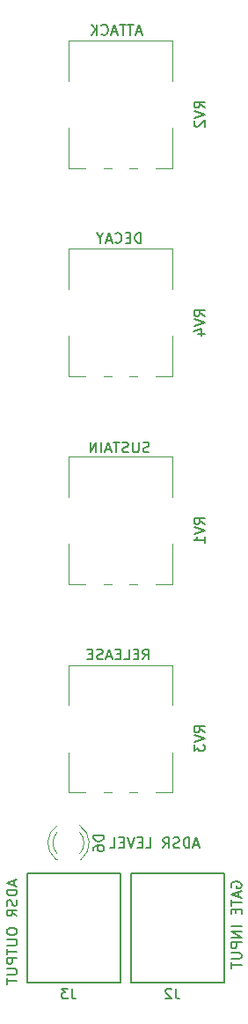
<source format=gbo>
G04 #@! TF.GenerationSoftware,KiCad,Pcbnew,(5.1.0)-1*
G04 #@! TF.CreationDate,2019-05-26T15:03:18-04:00*
G04 #@! TF.ProjectId,EG,45472e6b-6963-4616-945f-706362585858,rev?*
G04 #@! TF.SameCoordinates,Original*
G04 #@! TF.FileFunction,Legend,Bot*
G04 #@! TF.FilePolarity,Positive*
%FSLAX46Y46*%
G04 Gerber Fmt 4.6, Leading zero omitted, Abs format (unit mm)*
G04 Created by KiCad (PCBNEW (5.1.0)-1) date 2019-05-26 15:03:18*
%MOMM*%
%LPD*%
G04 APERTURE LIST*
%ADD10C,0.150000*%
%ADD11C,0.120000*%
G04 APERTURE END LIST*
D10*
X87538095Y-121666666D02*
X87061904Y-121666666D01*
X87633333Y-121952380D02*
X87300000Y-120952380D01*
X86966666Y-121952380D01*
X86633333Y-121952380D02*
X86633333Y-120952380D01*
X86395238Y-120952380D01*
X86252380Y-121000000D01*
X86157142Y-121095238D01*
X86109523Y-121190476D01*
X86061904Y-121380952D01*
X86061904Y-121523809D01*
X86109523Y-121714285D01*
X86157142Y-121809523D01*
X86252380Y-121904761D01*
X86395238Y-121952380D01*
X86633333Y-121952380D01*
X85680952Y-121904761D02*
X85538095Y-121952380D01*
X85300000Y-121952380D01*
X85204761Y-121904761D01*
X85157142Y-121857142D01*
X85109523Y-121761904D01*
X85109523Y-121666666D01*
X85157142Y-121571428D01*
X85204761Y-121523809D01*
X85300000Y-121476190D01*
X85490476Y-121428571D01*
X85585714Y-121380952D01*
X85633333Y-121333333D01*
X85680952Y-121238095D01*
X85680952Y-121142857D01*
X85633333Y-121047619D01*
X85585714Y-121000000D01*
X85490476Y-120952380D01*
X85252380Y-120952380D01*
X85109523Y-121000000D01*
X84109523Y-121952380D02*
X84442857Y-121476190D01*
X84680952Y-121952380D02*
X84680952Y-120952380D01*
X84300000Y-120952380D01*
X84204761Y-121000000D01*
X84157142Y-121047619D01*
X84109523Y-121142857D01*
X84109523Y-121285714D01*
X84157142Y-121380952D01*
X84204761Y-121428571D01*
X84300000Y-121476190D01*
X84680952Y-121476190D01*
X82442857Y-121952380D02*
X82919047Y-121952380D01*
X82919047Y-120952380D01*
X82109523Y-121428571D02*
X81776190Y-121428571D01*
X81633333Y-121952380D02*
X82109523Y-121952380D01*
X82109523Y-120952380D01*
X81633333Y-120952380D01*
X81347619Y-120952380D02*
X81014285Y-121952380D01*
X80680952Y-120952380D01*
X80347619Y-121428571D02*
X80014285Y-121428571D01*
X79871428Y-121952380D02*
X80347619Y-121952380D01*
X80347619Y-120952380D01*
X79871428Y-120952380D01*
X78966666Y-121952380D02*
X79442857Y-121952380D01*
X79442857Y-120952380D01*
X69766666Y-125071428D02*
X69766666Y-125547619D01*
X70052380Y-124976190D02*
X69052380Y-125309523D01*
X70052380Y-125642857D01*
X70052380Y-125976190D02*
X69052380Y-125976190D01*
X69052380Y-126214285D01*
X69100000Y-126357142D01*
X69195238Y-126452380D01*
X69290476Y-126500000D01*
X69480952Y-126547619D01*
X69623809Y-126547619D01*
X69814285Y-126500000D01*
X69909523Y-126452380D01*
X70004761Y-126357142D01*
X70052380Y-126214285D01*
X70052380Y-125976190D01*
X70004761Y-126928571D02*
X70052380Y-127071428D01*
X70052380Y-127309523D01*
X70004761Y-127404761D01*
X69957142Y-127452380D01*
X69861904Y-127500000D01*
X69766666Y-127500000D01*
X69671428Y-127452380D01*
X69623809Y-127404761D01*
X69576190Y-127309523D01*
X69528571Y-127119047D01*
X69480952Y-127023809D01*
X69433333Y-126976190D01*
X69338095Y-126928571D01*
X69242857Y-126928571D01*
X69147619Y-126976190D01*
X69100000Y-127023809D01*
X69052380Y-127119047D01*
X69052380Y-127357142D01*
X69100000Y-127500000D01*
X70052380Y-128500000D02*
X69576190Y-128166666D01*
X70052380Y-127928571D02*
X69052380Y-127928571D01*
X69052380Y-128309523D01*
X69100000Y-128404761D01*
X69147619Y-128452380D01*
X69242857Y-128500000D01*
X69385714Y-128500000D01*
X69480952Y-128452380D01*
X69528571Y-128404761D01*
X69576190Y-128309523D01*
X69576190Y-127928571D01*
X69052380Y-129880952D02*
X69052380Y-130071428D01*
X69100000Y-130166666D01*
X69195238Y-130261904D01*
X69385714Y-130309523D01*
X69719047Y-130309523D01*
X69909523Y-130261904D01*
X70004761Y-130166666D01*
X70052380Y-130071428D01*
X70052380Y-129880952D01*
X70004761Y-129785714D01*
X69909523Y-129690476D01*
X69719047Y-129642857D01*
X69385714Y-129642857D01*
X69195238Y-129690476D01*
X69100000Y-129785714D01*
X69052380Y-129880952D01*
X69052380Y-130738095D02*
X69861904Y-130738095D01*
X69957142Y-130785714D01*
X70004761Y-130833333D01*
X70052380Y-130928571D01*
X70052380Y-131119047D01*
X70004761Y-131214285D01*
X69957142Y-131261904D01*
X69861904Y-131309523D01*
X69052380Y-131309523D01*
X69052380Y-131642857D02*
X69052380Y-132214285D01*
X70052380Y-131928571D02*
X69052380Y-131928571D01*
X70052380Y-132547619D02*
X69052380Y-132547619D01*
X69052380Y-132928571D01*
X69100000Y-133023809D01*
X69147619Y-133071428D01*
X69242857Y-133119047D01*
X69385714Y-133119047D01*
X69480952Y-133071428D01*
X69528571Y-133023809D01*
X69576190Y-132928571D01*
X69576190Y-132547619D01*
X69052380Y-133547619D02*
X69861904Y-133547619D01*
X69957142Y-133595238D01*
X70004761Y-133642857D01*
X70052380Y-133738095D01*
X70052380Y-133928571D01*
X70004761Y-134023809D01*
X69957142Y-134071428D01*
X69861904Y-134119047D01*
X69052380Y-134119047D01*
X69052380Y-134452380D02*
X69052380Y-135023809D01*
X70052380Y-134738095D02*
X69052380Y-134738095D01*
X90700000Y-125752380D02*
X90652380Y-125657142D01*
X90652380Y-125514285D01*
X90700000Y-125371428D01*
X90795238Y-125276190D01*
X90890476Y-125228571D01*
X91080952Y-125180952D01*
X91223809Y-125180952D01*
X91414285Y-125228571D01*
X91509523Y-125276190D01*
X91604761Y-125371428D01*
X91652380Y-125514285D01*
X91652380Y-125609523D01*
X91604761Y-125752380D01*
X91557142Y-125800000D01*
X91223809Y-125800000D01*
X91223809Y-125609523D01*
X91366666Y-126180952D02*
X91366666Y-126657142D01*
X91652380Y-126085714D02*
X90652380Y-126419047D01*
X91652380Y-126752380D01*
X90652380Y-126942857D02*
X90652380Y-127514285D01*
X91652380Y-127228571D02*
X90652380Y-127228571D01*
X91128571Y-127847619D02*
X91128571Y-128180952D01*
X91652380Y-128323809D02*
X91652380Y-127847619D01*
X90652380Y-127847619D01*
X90652380Y-128323809D01*
X91652380Y-129514285D02*
X90652380Y-129514285D01*
X91652380Y-129990476D02*
X90652380Y-129990476D01*
X91652380Y-130561904D01*
X90652380Y-130561904D01*
X91652380Y-131038095D02*
X90652380Y-131038095D01*
X90652380Y-131419047D01*
X90700000Y-131514285D01*
X90747619Y-131561904D01*
X90842857Y-131609523D01*
X90985714Y-131609523D01*
X91080952Y-131561904D01*
X91128571Y-131514285D01*
X91176190Y-131419047D01*
X91176190Y-131038095D01*
X90652380Y-132038095D02*
X91461904Y-132038095D01*
X91557142Y-132085714D01*
X91604761Y-132133333D01*
X91652380Y-132228571D01*
X91652380Y-132419047D01*
X91604761Y-132514285D01*
X91557142Y-132561904D01*
X91461904Y-132609523D01*
X90652380Y-132609523D01*
X90652380Y-132942857D02*
X90652380Y-133514285D01*
X91652380Y-133228571D02*
X90652380Y-133228571D01*
X82157142Y-103852380D02*
X82490476Y-103376190D01*
X82728571Y-103852380D02*
X82728571Y-102852380D01*
X82347619Y-102852380D01*
X82252380Y-102900000D01*
X82204761Y-102947619D01*
X82157142Y-103042857D01*
X82157142Y-103185714D01*
X82204761Y-103280952D01*
X82252380Y-103328571D01*
X82347619Y-103376190D01*
X82728571Y-103376190D01*
X81728571Y-103328571D02*
X81395238Y-103328571D01*
X81252380Y-103852380D02*
X81728571Y-103852380D01*
X81728571Y-102852380D01*
X81252380Y-102852380D01*
X80347619Y-103852380D02*
X80823809Y-103852380D01*
X80823809Y-102852380D01*
X80014285Y-103328571D02*
X79680952Y-103328571D01*
X79538095Y-103852380D02*
X80014285Y-103852380D01*
X80014285Y-102852380D01*
X79538095Y-102852380D01*
X79157142Y-103566666D02*
X78680952Y-103566666D01*
X79252380Y-103852380D02*
X78919047Y-102852380D01*
X78585714Y-103852380D01*
X78300000Y-103804761D02*
X78157142Y-103852380D01*
X77919047Y-103852380D01*
X77823809Y-103804761D01*
X77776190Y-103757142D01*
X77728571Y-103661904D01*
X77728571Y-103566666D01*
X77776190Y-103471428D01*
X77823809Y-103423809D01*
X77919047Y-103376190D01*
X78109523Y-103328571D01*
X78204761Y-103280952D01*
X78252380Y-103233333D01*
X78300000Y-103138095D01*
X78300000Y-103042857D01*
X78252380Y-102947619D01*
X78204761Y-102900000D01*
X78109523Y-102852380D01*
X77871428Y-102852380D01*
X77728571Y-102900000D01*
X77300000Y-103328571D02*
X76966666Y-103328571D01*
X76823809Y-103852380D02*
X77300000Y-103852380D01*
X77300000Y-102852380D01*
X76823809Y-102852380D01*
X82757142Y-83904761D02*
X82614285Y-83952380D01*
X82376190Y-83952380D01*
X82280952Y-83904761D01*
X82233333Y-83857142D01*
X82185714Y-83761904D01*
X82185714Y-83666666D01*
X82233333Y-83571428D01*
X82280952Y-83523809D01*
X82376190Y-83476190D01*
X82566666Y-83428571D01*
X82661904Y-83380952D01*
X82709523Y-83333333D01*
X82757142Y-83238095D01*
X82757142Y-83142857D01*
X82709523Y-83047619D01*
X82661904Y-83000000D01*
X82566666Y-82952380D01*
X82328571Y-82952380D01*
X82185714Y-83000000D01*
X81757142Y-82952380D02*
X81757142Y-83761904D01*
X81709523Y-83857142D01*
X81661904Y-83904761D01*
X81566666Y-83952380D01*
X81376190Y-83952380D01*
X81280952Y-83904761D01*
X81233333Y-83857142D01*
X81185714Y-83761904D01*
X81185714Y-82952380D01*
X80757142Y-83904761D02*
X80614285Y-83952380D01*
X80376190Y-83952380D01*
X80280952Y-83904761D01*
X80233333Y-83857142D01*
X80185714Y-83761904D01*
X80185714Y-83666666D01*
X80233333Y-83571428D01*
X80280952Y-83523809D01*
X80376190Y-83476190D01*
X80566666Y-83428571D01*
X80661904Y-83380952D01*
X80709523Y-83333333D01*
X80757142Y-83238095D01*
X80757142Y-83142857D01*
X80709523Y-83047619D01*
X80661904Y-83000000D01*
X80566666Y-82952380D01*
X80328571Y-82952380D01*
X80185714Y-83000000D01*
X79900000Y-82952380D02*
X79328571Y-82952380D01*
X79614285Y-83952380D02*
X79614285Y-82952380D01*
X79042857Y-83666666D02*
X78566666Y-83666666D01*
X79138095Y-83952380D02*
X78804761Y-82952380D01*
X78471428Y-83952380D01*
X78138095Y-83952380D02*
X78138095Y-82952380D01*
X77661904Y-83952380D02*
X77661904Y-82952380D01*
X77090476Y-83952380D01*
X77090476Y-82952380D01*
X81971428Y-63852380D02*
X81971428Y-62852380D01*
X81733333Y-62852380D01*
X81590476Y-62900000D01*
X81495238Y-62995238D01*
X81447619Y-63090476D01*
X81400000Y-63280952D01*
X81400000Y-63423809D01*
X81447619Y-63614285D01*
X81495238Y-63709523D01*
X81590476Y-63804761D01*
X81733333Y-63852380D01*
X81971428Y-63852380D01*
X80971428Y-63328571D02*
X80638095Y-63328571D01*
X80495238Y-63852380D02*
X80971428Y-63852380D01*
X80971428Y-62852380D01*
X80495238Y-62852380D01*
X79495238Y-63757142D02*
X79542857Y-63804761D01*
X79685714Y-63852380D01*
X79780952Y-63852380D01*
X79923809Y-63804761D01*
X80019047Y-63709523D01*
X80066666Y-63614285D01*
X80114285Y-63423809D01*
X80114285Y-63280952D01*
X80066666Y-63090476D01*
X80019047Y-62995238D01*
X79923809Y-62900000D01*
X79780952Y-62852380D01*
X79685714Y-62852380D01*
X79542857Y-62900000D01*
X79495238Y-62947619D01*
X79114285Y-63566666D02*
X78638095Y-63566666D01*
X79209523Y-63852380D02*
X78876190Y-62852380D01*
X78542857Y-63852380D01*
X78019047Y-63376190D02*
X78019047Y-63852380D01*
X78352380Y-62852380D02*
X78019047Y-63376190D01*
X77685714Y-62852380D01*
X82028571Y-43566666D02*
X81552380Y-43566666D01*
X82123809Y-43852380D02*
X81790476Y-42852380D01*
X81457142Y-43852380D01*
X81266666Y-42852380D02*
X80695238Y-42852380D01*
X80980952Y-43852380D02*
X80980952Y-42852380D01*
X80504761Y-42852380D02*
X79933333Y-42852380D01*
X80219047Y-43852380D02*
X80219047Y-42852380D01*
X79647619Y-43566666D02*
X79171428Y-43566666D01*
X79742857Y-43852380D02*
X79409523Y-42852380D01*
X79076190Y-43852380D01*
X78171428Y-43757142D02*
X78219047Y-43804761D01*
X78361904Y-43852380D01*
X78457142Y-43852380D01*
X78600000Y-43804761D01*
X78695238Y-43709523D01*
X78742857Y-43614285D01*
X78790476Y-43423809D01*
X78790476Y-43280952D01*
X78742857Y-43090476D01*
X78695238Y-42995238D01*
X78600000Y-42900000D01*
X78457142Y-42852380D01*
X78361904Y-42852380D01*
X78219047Y-42900000D01*
X78171428Y-42947619D01*
X77742857Y-43852380D02*
X77742857Y-42852380D01*
X77171428Y-43852380D02*
X77600000Y-43280952D01*
X77171428Y-42852380D02*
X77742857Y-43423809D01*
X90000000Y-134900000D02*
X90000000Y-124400000D01*
X81000000Y-134900000D02*
X90000000Y-134900000D01*
X81000000Y-124400000D02*
X81000000Y-134900000D01*
X90000000Y-124400000D02*
X81000000Y-124400000D01*
X80000000Y-134900000D02*
X80000000Y-124400000D01*
X71000000Y-134900000D02*
X80000000Y-134900000D01*
X71000000Y-124400000D02*
X71000000Y-134900000D01*
X80000000Y-124400000D02*
X71000000Y-124400000D01*
D11*
X84970000Y-96620000D02*
X84970000Y-92755000D01*
X84970000Y-88245000D02*
X84970000Y-84380000D01*
X75030000Y-96620000D02*
X75030000Y-92755000D01*
X75030000Y-88245000D02*
X75030000Y-84380000D01*
X84970000Y-96620000D02*
X83371000Y-96620000D01*
X81629000Y-96620000D02*
X80870000Y-96620000D01*
X79129000Y-96620000D02*
X78370000Y-96620000D01*
X76630000Y-96620000D02*
X75030000Y-96620000D01*
X84970000Y-84380000D02*
X75030000Y-84380000D01*
X84970000Y-56620000D02*
X84970000Y-52755000D01*
X84970000Y-48245000D02*
X84970000Y-44380000D01*
X75030000Y-56620000D02*
X75030000Y-52755000D01*
X75030000Y-48245000D02*
X75030000Y-44380000D01*
X84970000Y-56620000D02*
X83371000Y-56620000D01*
X81629000Y-56620000D02*
X80870000Y-56620000D01*
X79129000Y-56620000D02*
X78370000Y-56620000D01*
X76630000Y-56620000D02*
X75030000Y-56620000D01*
X84970000Y-44380000D02*
X75030000Y-44380000D01*
X84970000Y-116620000D02*
X84970000Y-112755000D01*
X84970000Y-108245000D02*
X84970000Y-104380000D01*
X75030000Y-116620000D02*
X75030000Y-112755000D01*
X75030000Y-108245000D02*
X75030000Y-104380000D01*
X84970000Y-116620000D02*
X83371000Y-116620000D01*
X81629000Y-116620000D02*
X80870000Y-116620000D01*
X79129000Y-116620000D02*
X78370000Y-116620000D01*
X76630000Y-116620000D02*
X75030000Y-116620000D01*
X84970000Y-104380000D02*
X75030000Y-104380000D01*
X84970000Y-76620000D02*
X84970000Y-72755000D01*
X84970000Y-68245000D02*
X84970000Y-64380000D01*
X75030000Y-76620000D02*
X75030000Y-72755000D01*
X75030000Y-68245000D02*
X75030000Y-64380000D01*
X84970000Y-76620000D02*
X83371000Y-76620000D01*
X81629000Y-76620000D02*
X80870000Y-76620000D01*
X79129000Y-76620000D02*
X78370000Y-76620000D01*
X76630000Y-76620000D02*
X75030000Y-76620000D01*
X84970000Y-64380000D02*
X75030000Y-64380000D01*
X73920163Y-120433470D02*
G75*
G03X73920000Y-122515561I1079837J-1041130D01*
G01*
X76079837Y-120433470D02*
G75*
G02X76080000Y-122515561I-1079837J-1041130D01*
G01*
X73921392Y-119802265D02*
G75*
G03X73764484Y-123034600I1078608J-1672335D01*
G01*
X76078608Y-119802265D02*
G75*
G02X76235516Y-123034600I-1078608J-1672335D01*
G01*
X73920000Y-123034600D02*
X73764000Y-123034600D01*
X76236000Y-123034600D02*
X76080000Y-123034600D01*
D10*
X85333333Y-135452380D02*
X85333333Y-136166666D01*
X85380952Y-136309523D01*
X85476190Y-136404761D01*
X85619047Y-136452380D01*
X85714285Y-136452380D01*
X84904761Y-135547619D02*
X84857142Y-135500000D01*
X84761904Y-135452380D01*
X84523809Y-135452380D01*
X84428571Y-135500000D01*
X84380952Y-135547619D01*
X84333333Y-135642857D01*
X84333333Y-135738095D01*
X84380952Y-135880952D01*
X84952380Y-136452380D01*
X84333333Y-136452380D01*
X75333333Y-135452380D02*
X75333333Y-136166666D01*
X75380952Y-136309523D01*
X75476190Y-136404761D01*
X75619047Y-136452380D01*
X75714285Y-136452380D01*
X74952380Y-135452380D02*
X74333333Y-135452380D01*
X74666666Y-135833333D01*
X74523809Y-135833333D01*
X74428571Y-135880952D01*
X74380952Y-135928571D01*
X74333333Y-136023809D01*
X74333333Y-136261904D01*
X74380952Y-136357142D01*
X74428571Y-136404761D01*
X74523809Y-136452380D01*
X74809523Y-136452380D01*
X74904761Y-136404761D01*
X74952380Y-136357142D01*
X88102380Y-90854761D02*
X87626190Y-90521428D01*
X88102380Y-90283333D02*
X87102380Y-90283333D01*
X87102380Y-90664285D01*
X87150000Y-90759523D01*
X87197619Y-90807142D01*
X87292857Y-90854761D01*
X87435714Y-90854761D01*
X87530952Y-90807142D01*
X87578571Y-90759523D01*
X87626190Y-90664285D01*
X87626190Y-90283333D01*
X87102380Y-91140476D02*
X88102380Y-91473809D01*
X87102380Y-91807142D01*
X88102380Y-92664285D02*
X88102380Y-92092857D01*
X88102380Y-92378571D02*
X87102380Y-92378571D01*
X87245238Y-92283333D01*
X87340476Y-92188095D01*
X87388095Y-92092857D01*
X88102380Y-50854761D02*
X87626190Y-50521428D01*
X88102380Y-50283333D02*
X87102380Y-50283333D01*
X87102380Y-50664285D01*
X87150000Y-50759523D01*
X87197619Y-50807142D01*
X87292857Y-50854761D01*
X87435714Y-50854761D01*
X87530952Y-50807142D01*
X87578571Y-50759523D01*
X87626190Y-50664285D01*
X87626190Y-50283333D01*
X87102380Y-51140476D02*
X88102380Y-51473809D01*
X87102380Y-51807142D01*
X87197619Y-52092857D02*
X87150000Y-52140476D01*
X87102380Y-52235714D01*
X87102380Y-52473809D01*
X87150000Y-52569047D01*
X87197619Y-52616666D01*
X87292857Y-52664285D01*
X87388095Y-52664285D01*
X87530952Y-52616666D01*
X88102380Y-52045238D01*
X88102380Y-52664285D01*
X88102380Y-110854761D02*
X87626190Y-110521428D01*
X88102380Y-110283333D02*
X87102380Y-110283333D01*
X87102380Y-110664285D01*
X87150000Y-110759523D01*
X87197619Y-110807142D01*
X87292857Y-110854761D01*
X87435714Y-110854761D01*
X87530952Y-110807142D01*
X87578571Y-110759523D01*
X87626190Y-110664285D01*
X87626190Y-110283333D01*
X87102380Y-111140476D02*
X88102380Y-111473809D01*
X87102380Y-111807142D01*
X87102380Y-112045238D02*
X87102380Y-112664285D01*
X87483333Y-112330952D01*
X87483333Y-112473809D01*
X87530952Y-112569047D01*
X87578571Y-112616666D01*
X87673809Y-112664285D01*
X87911904Y-112664285D01*
X88007142Y-112616666D01*
X88054761Y-112569047D01*
X88102380Y-112473809D01*
X88102380Y-112188095D01*
X88054761Y-112092857D01*
X88007142Y-112045238D01*
X88102380Y-70854761D02*
X87626190Y-70521428D01*
X88102380Y-70283333D02*
X87102380Y-70283333D01*
X87102380Y-70664285D01*
X87150000Y-70759523D01*
X87197619Y-70807142D01*
X87292857Y-70854761D01*
X87435714Y-70854761D01*
X87530952Y-70807142D01*
X87578571Y-70759523D01*
X87626190Y-70664285D01*
X87626190Y-70283333D01*
X87102380Y-71140476D02*
X88102380Y-71473809D01*
X87102380Y-71807142D01*
X87435714Y-72569047D02*
X88102380Y-72569047D01*
X87054761Y-72330952D02*
X87769047Y-72092857D01*
X87769047Y-72711904D01*
X78412380Y-120736504D02*
X77412380Y-120736504D01*
X77412380Y-120974600D01*
X77460000Y-121117457D01*
X77555238Y-121212695D01*
X77650476Y-121260314D01*
X77840952Y-121307933D01*
X77983809Y-121307933D01*
X78174285Y-121260314D01*
X78269523Y-121212695D01*
X78364761Y-121117457D01*
X78412380Y-120974600D01*
X78412380Y-120736504D01*
X77412380Y-122165076D02*
X77412380Y-121974600D01*
X77460000Y-121879361D01*
X77507619Y-121831742D01*
X77650476Y-121736504D01*
X77840952Y-121688885D01*
X78221904Y-121688885D01*
X78317142Y-121736504D01*
X78364761Y-121784123D01*
X78412380Y-121879361D01*
X78412380Y-122069838D01*
X78364761Y-122165076D01*
X78317142Y-122212695D01*
X78221904Y-122260314D01*
X77983809Y-122260314D01*
X77888571Y-122212695D01*
X77840952Y-122165076D01*
X77793333Y-122069838D01*
X77793333Y-121879361D01*
X77840952Y-121784123D01*
X77888571Y-121736504D01*
X77983809Y-121688885D01*
M02*

</source>
